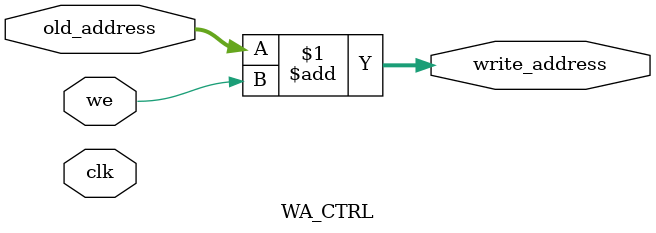
<source format=v>
module WA_CTRL (
  input clk ,we, 
  input  [13:0] old_address, 
  output [13:0] write_address
);
assign write_address = old_address + we ;
endmodule //WA_CTRL
</source>
